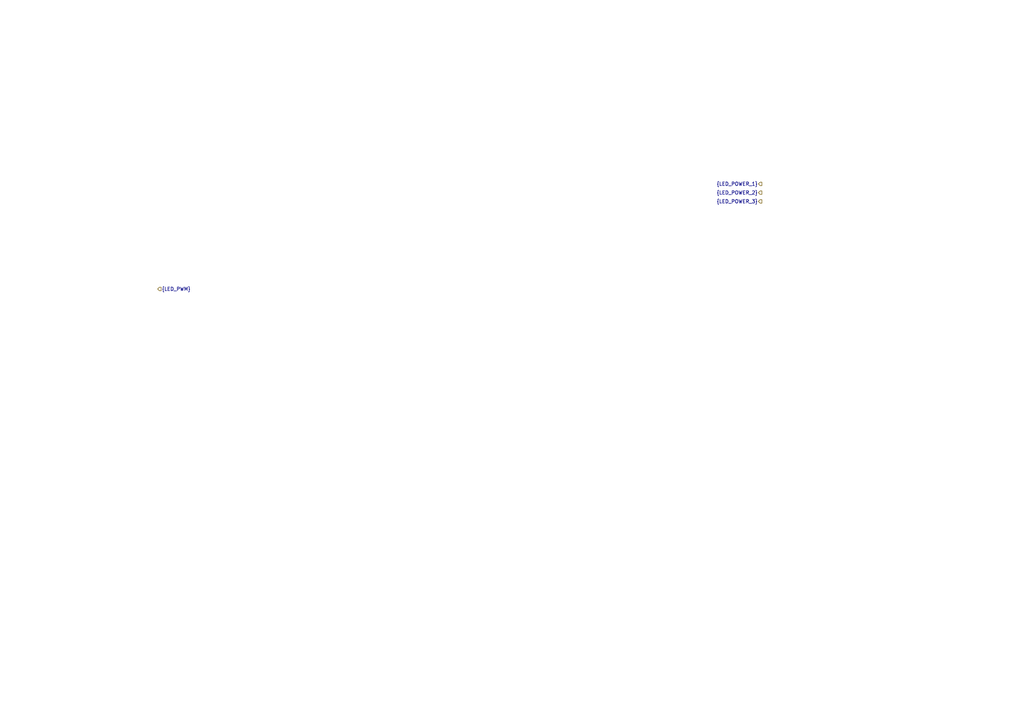
<source format=kicad_sch>
(kicad_sch
	(version 20250114)
	(generator "eeschema")
	(generator_version "9.0")
	(uuid "de81bbee-282b-4d8a-b355-f47b6e38a698")
	(paper "A4")
	(lib_symbols)
	(hierarchical_label "{LED_POWER_2}"
		(shape output)
		(at 220.98 55.88 180)
		(effects
			(font
				(size 1.016 1.016)
			)
			(justify right)
		)
		(uuid "434750ff-1b3e-4ba1-8f46-5a936a45e2d6")
	)
	(hierarchical_label "{LED_PWM}"
		(shape input)
		(at 45.72 83.82 0)
		(effects
			(font
				(size 1.016 1.016)
			)
			(justify left)
		)
		(uuid "5d6819f6-3878-465e-a55b-8e3af673177f")
	)
	(hierarchical_label "{LED_POWER_1}"
		(shape output)
		(at 220.98 53.34 180)
		(effects
			(font
				(size 1.016 1.016)
			)
			(justify right)
		)
		(uuid "6a47ff1b-75fa-483b-8b38-706afb5e84b2")
	)
	(hierarchical_label "{LED_POWER_3}"
		(shape output)
		(at 220.98 58.42 180)
		(effects
			(font
				(size 1.016 1.016)
			)
			(justify right)
		)
		(uuid "c81bbf07-4da6-47da-8441-bc43340ec08e")
	)
)

</source>
